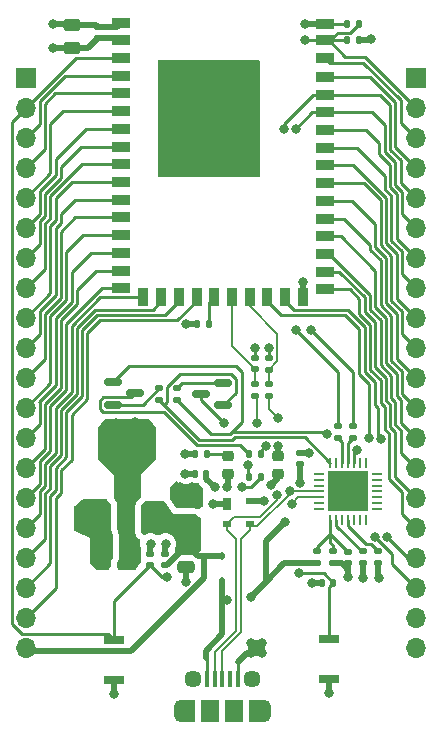
<source format=gbr>
%TF.GenerationSoftware,KiCad,Pcbnew,7.0.2*%
%TF.CreationDate,2023-06-11T23:23:11-04:00*%
%TF.ProjectId,SoftProject,536f6674-5072-46f6-9a65-63742e6b6963,rev?*%
%TF.SameCoordinates,Original*%
%TF.FileFunction,Copper,L1,Top*%
%TF.FilePolarity,Positive*%
%FSLAX46Y46*%
G04 Gerber Fmt 4.6, Leading zero omitted, Abs format (unit mm)*
G04 Created by KiCad (PCBNEW 7.0.2) date 2023-06-11 23:23:11*
%MOMM*%
%LPD*%
G01*
G04 APERTURE LIST*
G04 Aperture macros list*
%AMRoundRect*
0 Rectangle with rounded corners*
0 $1 Rounding radius*
0 $2 $3 $4 $5 $6 $7 $8 $9 X,Y pos of 4 corners*
0 Add a 4 corners polygon primitive as box body*
4,1,4,$2,$3,$4,$5,$6,$7,$8,$9,$2,$3,0*
0 Add four circle primitives for the rounded corners*
1,1,$1+$1,$2,$3*
1,1,$1+$1,$4,$5*
1,1,$1+$1,$6,$7*
1,1,$1+$1,$8,$9*
0 Add four rect primitives between the rounded corners*
20,1,$1+$1,$2,$3,$4,$5,0*
20,1,$1+$1,$4,$5,$6,$7,0*
20,1,$1+$1,$6,$7,$8,$9,0*
20,1,$1+$1,$8,$9,$2,$3,0*%
G04 Aperture macros list end*
%TA.AperFunction,SMDPad,CuDef*%
%ADD10R,0.400000X1.350000*%
%TD*%
%TA.AperFunction,SMDPad,CuDef*%
%ADD11R,1.500000X1.900000*%
%TD*%
%TA.AperFunction,SMDPad,CuDef*%
%ADD12R,1.200000X1.900000*%
%TD*%
%TA.AperFunction,ComponentPad*%
%ADD13O,1.200000X1.900000*%
%TD*%
%TA.AperFunction,ComponentPad*%
%ADD14C,1.450000*%
%TD*%
%TA.AperFunction,SMDPad,CuDef*%
%ADD15RoundRect,0.112500X-0.112500X0.187500X-0.112500X-0.187500X0.112500X-0.187500X0.112500X0.187500X0*%
%TD*%
%TA.AperFunction,SMDPad,CuDef*%
%ADD16R,1.500000X2.000000*%
%TD*%
%TA.AperFunction,SMDPad,CuDef*%
%ADD17R,3.800000X2.000000*%
%TD*%
%TA.AperFunction,SMDPad,CuDef*%
%ADD18RoundRect,0.140000X0.170000X-0.140000X0.170000X0.140000X-0.170000X0.140000X-0.170000X-0.140000X0*%
%TD*%
%TA.AperFunction,SMDPad,CuDef*%
%ADD19RoundRect,0.135000X0.185000X-0.135000X0.185000X0.135000X-0.185000X0.135000X-0.185000X-0.135000X0*%
%TD*%
%TA.AperFunction,SMDPad,CuDef*%
%ADD20RoundRect,0.250000X0.250000X0.475000X-0.250000X0.475000X-0.250000X-0.475000X0.250000X-0.475000X0*%
%TD*%
%TA.AperFunction,SMDPad,CuDef*%
%ADD21RoundRect,0.062500X-0.337500X-0.062500X0.337500X-0.062500X0.337500X0.062500X-0.337500X0.062500X0*%
%TD*%
%TA.AperFunction,SMDPad,CuDef*%
%ADD22RoundRect,0.062500X-0.062500X-0.337500X0.062500X-0.337500X0.062500X0.337500X-0.062500X0.337500X0*%
%TD*%
%TA.AperFunction,SMDPad,CuDef*%
%ADD23R,3.350000X3.350000*%
%TD*%
%TA.AperFunction,SMDPad,CuDef*%
%ADD24RoundRect,0.250000X-0.475000X0.250000X-0.475000X-0.250000X0.475000X-0.250000X0.475000X0.250000X0*%
%TD*%
%TA.AperFunction,SMDPad,CuDef*%
%ADD25RoundRect,0.218750X0.256250X-0.218750X0.256250X0.218750X-0.256250X0.218750X-0.256250X-0.218750X0*%
%TD*%
%TA.AperFunction,SMDPad,CuDef*%
%ADD26RoundRect,0.135000X-0.135000X-0.185000X0.135000X-0.185000X0.135000X0.185000X-0.135000X0.185000X0*%
%TD*%
%TA.AperFunction,SMDPad,CuDef*%
%ADD27RoundRect,0.135000X-0.185000X0.135000X-0.185000X-0.135000X0.185000X-0.135000X0.185000X0.135000X0*%
%TD*%
%TA.AperFunction,SMDPad,CuDef*%
%ADD28R,1.700000X0.800000*%
%TD*%
%TA.AperFunction,SMDPad,CuDef*%
%ADD29R,0.700000X1.000000*%
%TD*%
%TA.AperFunction,SMDPad,CuDef*%
%ADD30R,0.700000X0.600000*%
%TD*%
%TA.AperFunction,SMDPad,CuDef*%
%ADD31RoundRect,0.150000X-0.587500X-0.150000X0.587500X-0.150000X0.587500X0.150000X-0.587500X0.150000X0*%
%TD*%
%TA.AperFunction,SMDPad,CuDef*%
%ADD32RoundRect,0.140000X-0.140000X-0.170000X0.140000X-0.170000X0.140000X0.170000X-0.140000X0.170000X0*%
%TD*%
%TA.AperFunction,SMDPad,CuDef*%
%ADD33RoundRect,0.135000X0.135000X0.185000X-0.135000X0.185000X-0.135000X-0.185000X0.135000X-0.185000X0*%
%TD*%
%TA.AperFunction,SMDPad,CuDef*%
%ADD34R,1.500000X0.900000*%
%TD*%
%TA.AperFunction,SMDPad,CuDef*%
%ADD35R,0.900000X1.500000*%
%TD*%
%TA.AperFunction,SMDPad,CuDef*%
%ADD36R,4.100000X4.100000*%
%TD*%
%TA.AperFunction,SMDPad,CuDef*%
%ADD37RoundRect,0.250000X0.475000X-0.250000X0.475000X0.250000X-0.475000X0.250000X-0.475000X-0.250000X0*%
%TD*%
%TA.AperFunction,SMDPad,CuDef*%
%ADD38RoundRect,0.150000X0.587500X0.150000X-0.587500X0.150000X-0.587500X-0.150000X0.587500X-0.150000X0*%
%TD*%
%TA.AperFunction,SMDPad,CuDef*%
%ADD39RoundRect,0.225000X0.250000X-0.225000X0.250000X0.225000X-0.250000X0.225000X-0.250000X-0.225000X0*%
%TD*%
%TA.AperFunction,ComponentPad*%
%ADD40R,1.700000X1.700000*%
%TD*%
%TA.AperFunction,ComponentPad*%
%ADD41O,1.700000X1.700000*%
%TD*%
%TA.AperFunction,SMDPad,CuDef*%
%ADD42RoundRect,0.140000X-0.170000X0.140000X-0.170000X-0.140000X0.170000X-0.140000X0.170000X0.140000X0*%
%TD*%
%TA.AperFunction,SMDPad,CuDef*%
%ADD43RoundRect,0.140000X0.140000X0.170000X-0.140000X0.170000X-0.140000X-0.170000X0.140000X-0.170000X0*%
%TD*%
%TA.AperFunction,ViaPad*%
%ADD44C,0.800000*%
%TD*%
%TA.AperFunction,Conductor*%
%ADD45C,0.500000*%
%TD*%
%TA.AperFunction,Conductor*%
%ADD46C,0.250000*%
%TD*%
%TA.AperFunction,Conductor*%
%ADD47C,0.200000*%
%TD*%
G04 APERTURE END LIST*
D10*
%TO.P,J1,1,VBUS*%
%TO.N,VBUS*%
X93310000Y-113919000D03*
%TO.P,J1,2,D-*%
%TO.N,/D-*%
X93960000Y-113919000D03*
%TO.P,J1,3,D+*%
%TO.N,/D+*%
X94610000Y-113919000D03*
%TO.P,J1,4,ID*%
%TO.N,unconnected-(J1-ID-Pad4)*%
X95260000Y-113919000D03*
%TO.P,J1,5,GND*%
%TO.N,GND*%
X95910000Y-113919000D03*
D11*
%TO.P,J1,6,Shield*%
%TO.N,N/C*%
X93610000Y-116619000D03*
D12*
X97510000Y-116619000D03*
D13*
X98110000Y-116619000D03*
D14*
X92110000Y-113919000D03*
D13*
X91110000Y-116619000D03*
D12*
X91710000Y-116619000D03*
D14*
X97110000Y-113919000D03*
D11*
X95610000Y-116619000D03*
%TD*%
D15*
%TO.P,D3,1,K*%
%TO.N,+5V*%
X94615000Y-103505000D03*
%TO.P,D3,2,A*%
%TO.N,VBUS*%
X94615000Y-105605000D03*
%TD*%
D16*
%TO.P,U2,1,ADJ*%
%TO.N,GND*%
X84187000Y-100280000D03*
%TO.P,U2,2,VO*%
%TO.N,+3.3V*%
X86487000Y-100280000D03*
D17*
X86487000Y-93980000D03*
D16*
%TO.P,U2,3,VI*%
%TO.N,+5V*%
X88787000Y-100280000D03*
%TD*%
D18*
%TO.P,C11,1*%
%TO.N,/DP*%
X98552000Y-87701000D03*
%TO.P,C11,2*%
%TO.N,GND*%
X98552000Y-86741000D03*
%TD*%
D19*
%TO.P,R6,1*%
%TO.N,/D-*%
X97409000Y-89920000D03*
%TO.P,R6,2*%
%TO.N,/DN*%
X97409000Y-88900000D03*
%TD*%
D18*
%TO.P,C1,1*%
%TO.N,+3.3V*%
X84074000Y-59634000D03*
%TO.P,C1,2*%
%TO.N,GND*%
X84074000Y-58674000D03*
%TD*%
D20*
%TO.P,C6,1*%
%TO.N,+3.3V*%
X86487000Y-102743000D03*
%TO.P,C6,2*%
%TO.N,GND*%
X84587000Y-102743000D03*
%TD*%
D21*
%TO.P,U3,1,~{DCD}*%
%TO.N,unconnected-(U3-~{DCD}-Pad1)*%
X102810000Y-96521000D03*
%TO.P,U3,2,~{RI}/CLK*%
%TO.N,unconnected-(U3-~{RI}{slash}CLK-Pad2)*%
X102810000Y-97021000D03*
%TO.P,U3,3,GND*%
%TO.N,GND*%
X102810000Y-97521000D03*
%TO.P,U3,4,D+*%
%TO.N,/D+*%
X102810000Y-98021000D03*
%TO.P,U3,5,D-*%
%TO.N,/D-*%
X102810000Y-98521000D03*
%TO.P,U3,6,VDD*%
%TO.N,+3.3V*%
X102810000Y-99021000D03*
%TO.P,U3,7,VREGIN*%
X102810000Y-99521000D03*
D22*
%TO.P,U3,8,VBUS*%
%TO.N,Net-(U3-VBUS)*%
X103760000Y-100471000D03*
%TO.P,U3,9,~{RST}*%
%TO.N,Net-(U3-~{RST})*%
X104260000Y-100471000D03*
%TO.P,U3,10,NC*%
%TO.N,unconnected-(U3-NC-Pad10)*%
X104760000Y-100471000D03*
%TO.P,U3,11,~{SUSPEND}*%
%TO.N,Net-(U3-~{SUSPEND})*%
X105260000Y-100471000D03*
%TO.P,U3,12,SUSPEND*%
%TO.N,unconnected-(U3-SUSPEND-Pad12)*%
X105760000Y-100471000D03*
%TO.P,U3,13,CHREN*%
%TO.N,unconnected-(U3-CHREN-Pad13)*%
X106260000Y-100471000D03*
%TO.P,U3,14,CHR1*%
%TO.N,unconnected-(U3-CHR1-Pad14)*%
X106760000Y-100471000D03*
D21*
%TO.P,U3,15,CHR0*%
%TO.N,unconnected-(U3-CHR0-Pad15)*%
X107710000Y-99521000D03*
%TO.P,U3,16,~{WAKEUP}/GPIO.3*%
%TO.N,unconnected-(U3-~{WAKEUP}{slash}GPIO.3-Pad16)*%
X107710000Y-99021000D03*
%TO.P,U3,17,RS485/GPIO.2*%
%TO.N,unconnected-(U3-RS485{slash}GPIO.2-Pad17)*%
X107710000Y-98521000D03*
%TO.P,U3,18,~{RXT}/GPIO.1*%
%TO.N,unconnected-(U3-~{RXT}{slash}GPIO.1-Pad18)*%
X107710000Y-98021000D03*
%TO.P,U3,19,~{TXT}/GPIO.0*%
%TO.N,unconnected-(U3-~{TXT}{slash}GPIO.0-Pad19)*%
X107710000Y-97521000D03*
%TO.P,U3,20,GPIO.6*%
%TO.N,unconnected-(U3-GPIO.6-Pad20)*%
X107710000Y-97021000D03*
%TO.P,U3,21,GPIO.5*%
%TO.N,unconnected-(U3-GPIO.5-Pad21)*%
X107710000Y-96521000D03*
D22*
%TO.P,U3,22,GPIO.4*%
%TO.N,unconnected-(U3-GPIO.4-Pad22)*%
X106760000Y-95571000D03*
%TO.P,U3,23,~{CTS}*%
%TO.N,unconnected-(U3-~{CTS}-Pad23)*%
X106260000Y-95571000D03*
%TO.P,U3,24,~{RTS}*%
%TO.N,/RTS*%
X105760000Y-95571000D03*
%TO.P,U3,25,RXD*%
%TO.N,/RXD_CP*%
X105260000Y-95571000D03*
%TO.P,U3,26,TXD*%
%TO.N,/TXD_CP*%
X104760000Y-95571000D03*
%TO.P,U3,27,~{DSR}*%
%TO.N,unconnected-(U3-~{DSR}-Pad27)*%
X104260000Y-95571000D03*
%TO.P,U3,28,~{DTR}*%
%TO.N,/DTR*%
X103760000Y-95571000D03*
D23*
%TO.P,U3,29,GND*%
%TO.N,GND*%
X105260000Y-98021000D03*
%TD*%
D24*
%TO.P,C10,1*%
%TO.N,+5V*%
X91567000Y-102489000D03*
%TO.P,C10,2*%
%TO.N,GND*%
X91567000Y-104389000D03*
%TD*%
D25*
%TO.P,D1,1,K*%
%TO.N,GND*%
X95077000Y-96571000D03*
%TO.P,D1,2,A*%
%TO.N,Net-(D1-A)*%
X95077000Y-94996000D03*
%TD*%
D26*
%TO.P,R3,1*%
%TO.N,+3.3V*%
X92279000Y-94869000D03*
%TO.P,R3,2*%
%TO.N,Net-(D1-A)*%
X93299000Y-94869000D03*
%TD*%
D27*
%TO.P,R15,1*%
%TO.N,/TXD*%
X105664000Y-92456000D03*
%TO.P,R15,2*%
%TO.N,/RXD_CP*%
X105664000Y-93476000D03*
%TD*%
D28*
%TO.P,SW2,1,1*%
%TO.N,GND*%
X103632000Y-113890000D03*
%TO.P,SW2,2,2*%
%TO.N,/CHIP_PU*%
X103632000Y-110490000D03*
%TD*%
D29*
%TO.P,D2,1,A*%
%TO.N,GND*%
X94982000Y-99056000D03*
D30*
%TO.P,D2,2,K*%
%TO.N,/D-*%
X94982000Y-100756000D03*
%TO.P,D2,3,K*%
%TO.N,/D+*%
X96982000Y-100756000D03*
%TO.P,D2,4,K*%
%TO.N,VBUS*%
X96982000Y-98856000D03*
%TD*%
D18*
%TO.P,C4,1*%
%TO.N,+5V*%
X89789000Y-104267000D03*
%TO.P,C4,2*%
%TO.N,GND*%
X89789000Y-103307000D03*
%TD*%
D31*
%TO.P,Q1,1,E*%
%TO.N,/RTS*%
X85344000Y-88773000D03*
%TO.P,Q1,2,B*%
%TO.N,Net-(Q1-B)*%
X85344000Y-90673000D03*
%TO.P,Q1,3,C*%
%TO.N,/EN_Auto*%
X87219000Y-89723000D03*
%TD*%
D19*
%TO.P,R9,1*%
%TO.N,VBUS*%
X102616000Y-104093000D03*
%TO.P,R9,2*%
%TO.N,Net-(U3-VBUS)*%
X102616000Y-103073000D03*
%TD*%
D32*
%TO.P,C7,1*%
%TO.N,+3.3V*%
X92283000Y-96520000D03*
%TO.P,C7,2*%
%TO.N,GND*%
X93243000Y-96520000D03*
%TD*%
D33*
%TO.P,R1,1*%
%TO.N,+3.3V*%
X106172000Y-59817000D03*
%TO.P,R1,2*%
%TO.N,/CHIP_PU*%
X105152000Y-59817000D03*
%TD*%
D27*
%TO.P,R14,1*%
%TO.N,/RXD*%
X104394000Y-92456000D03*
%TO.P,R14,2*%
%TO.N,/TXD_CP*%
X104394000Y-93476000D03*
%TD*%
D19*
%TO.P,R8,1*%
%TO.N,+3.3V*%
X106507000Y-104095000D03*
%TO.P,R8,2*%
%TO.N,Net-(U3-~{RST})*%
X106507000Y-103075000D03*
%TD*%
D26*
%TO.P,R17,1*%
%TO.N,/IO0_Auto*%
X96897000Y-96774000D03*
%TO.P,R17,2*%
%TO.N,/GPIO0*%
X97917000Y-96774000D03*
%TD*%
D27*
%TO.P,R10,1*%
%TO.N,Net-(U3-VBUS)*%
X103967000Y-103073000D03*
%TO.P,R10,2*%
%TO.N,GND*%
X103967000Y-104093000D03*
%TD*%
D34*
%TO.P,U1,1,GND*%
%TO.N,GND*%
X86067000Y-58317000D03*
%TO.P,U1,2,3V3*%
%TO.N,+3.3V*%
X86067000Y-59817000D03*
%TO.P,U1,3,IO00*%
%TO.N,/GPIO0*%
X86067000Y-61317000D03*
%TO.P,U1,4,IO01*%
%TO.N,/GPIO1*%
X86067000Y-62817000D03*
%TO.P,U1,5,IO02*%
%TO.N,/GPIO2*%
X86067000Y-64317000D03*
%TO.P,U1,6,IO03*%
%TO.N,/GPIO3*%
X86067000Y-65817000D03*
%TO.P,U1,7,IO04*%
%TO.N,/GPIO4*%
X86067000Y-67317000D03*
%TO.P,U1,8,IO05*%
%TO.N,/GPIO5*%
X86067000Y-68817000D03*
%TO.P,U1,9,IO06*%
%TO.N,/GPIO6*%
X86067000Y-70317000D03*
%TO.P,U1,10,IO07*%
%TO.N,/GPIO7*%
X86067000Y-71817000D03*
%TO.P,U1,11,IO08*%
%TO.N,/GPIO8*%
X86067000Y-73317000D03*
%TO.P,U1,12,IO09*%
%TO.N,/GPIO9*%
X86067000Y-74817000D03*
%TO.P,U1,13,IO10*%
%TO.N,/GPIO10*%
X86067000Y-76317000D03*
%TO.P,U1,14,IO11*%
%TO.N,/GPIO11*%
X86067000Y-77817000D03*
%TO.P,U1,15,IO12*%
%TO.N,/GPIO12*%
X86067000Y-79317000D03*
%TO.P,U1,16,IO13*%
%TO.N,/GPIO13*%
X86067000Y-80817000D03*
D35*
%TO.P,U1,17,IO14*%
%TO.N,/GPIO14*%
X87942000Y-81567000D03*
%TO.P,U1,18,IO15*%
%TO.N,/GPIO15*%
X89442000Y-81567000D03*
%TO.P,U1,19,IO16*%
%TO.N,/GPIO16*%
X90942000Y-81567000D03*
%TO.P,U1,20,IO17*%
%TO.N,/GPIO17*%
X92442000Y-81567000D03*
%TO.P,U1,21,IO18*%
%TO.N,/GPIO18*%
X93942000Y-81567000D03*
%TO.P,U1,22,USB_D-*%
%TO.N,/DN*%
X95442000Y-81567000D03*
%TO.P,U1,23,USB_D+*%
%TO.N,/DP*%
X96942000Y-81567000D03*
%TO.P,U1,24,IO21*%
%TO.N,/GPIO21*%
X98442000Y-81567000D03*
%TO.P,U1,25,IO26*%
%TO.N,/GPIO26*%
X99942000Y-81567000D03*
%TO.P,U1,26,GND*%
%TO.N,GND*%
X101442000Y-81567000D03*
D34*
%TO.P,U1,27,IO33*%
%TO.N,/GPIO33*%
X103317000Y-80917000D03*
%TO.P,U1,28,IO34*%
%TO.N,/GPIO34*%
X103317000Y-79417000D03*
%TO.P,U1,29,IO35*%
%TO.N,/GPIO35*%
X103317000Y-77917000D03*
%TO.P,U1,30,IO36*%
%TO.N,/GPIO36*%
X103317000Y-76417000D03*
%TO.P,U1,31,IO37*%
%TO.N,/GPIO37*%
X103317000Y-74917000D03*
%TO.P,U1,32,IO38*%
%TO.N,/GPIO38*%
X103317000Y-73417000D03*
%TO.P,U1,33,IO39*%
%TO.N,/GPIO39*%
X103317000Y-71917000D03*
%TO.P,U1,34,IO40*%
%TO.N,/GPIO40*%
X103317000Y-70417000D03*
%TO.P,U1,35,IO41*%
%TO.N,/GPIO41*%
X103317000Y-68917000D03*
%TO.P,U1,36,IO42*%
%TO.N,/GPIO42*%
X103317000Y-67417000D03*
%TO.P,U1,37,TXD0*%
%TO.N,/TXD*%
X103317000Y-65917000D03*
%TO.P,U1,38,RXD0*%
%TO.N,/RXD*%
X103317000Y-64417000D03*
%TO.P,U1,39,IO45*%
%TO.N,/GPIO45*%
X103317000Y-62917000D03*
%TO.P,U1,40,IO46*%
%TO.N,/GPIO46*%
X103317000Y-61317000D03*
%TO.P,U1,41,EN*%
%TO.N,/CHIP_PU*%
X103317000Y-59817000D03*
%TO.P,U1,42,GND*%
%TO.N,GND*%
X103317000Y-58417000D03*
D36*
%TO.P,U1,43,GND*%
X93502000Y-66357000D03*
%TD*%
D28*
%TO.P,SW1,1,1*%
%TO.N,GND*%
X85471000Y-114017000D03*
%TO.P,SW1,2,2*%
%TO.N,/GPIO0*%
X85471000Y-110617000D03*
%TD*%
D32*
%TO.P,C9,1*%
%TO.N,GND*%
X103053000Y-105742000D03*
%TO.P,C9,2*%
%TO.N,/CHIP_PU*%
X104013000Y-105742000D03*
%TD*%
D37*
%TO.P,C5,1*%
%TO.N,+5V*%
X91567000Y-100761800D03*
%TO.P,C5,2*%
%TO.N,GND*%
X91567000Y-98861800D03*
%TD*%
D38*
%TO.P,Q2,1,E*%
%TO.N,/DTR*%
X94712000Y-90739000D03*
%TO.P,Q2,2,B*%
%TO.N,Net-(Q2-B)*%
X94712000Y-88839000D03*
%TO.P,Q2,3,C*%
%TO.N,/IO0_Auto*%
X92837000Y-89789000D03*
%TD*%
D39*
%TO.P,C13,1*%
%TO.N,+3.3V*%
X99314000Y-96546000D03*
%TO.P,C13,2*%
%TO.N,GND*%
X99314000Y-94996000D03*
%TD*%
D27*
%TO.P,R13,1*%
%TO.N,Net-(U3-~{SUSPEND})*%
X107777000Y-103075000D03*
%TO.P,R13,2*%
%TO.N,GND*%
X107777000Y-104095000D03*
%TD*%
D19*
%TO.P,R12,1*%
%TO.N,/RTS*%
X90805000Y-90297000D03*
%TO.P,R12,2*%
%TO.N,Net-(Q2-B)*%
X90805000Y-89277000D03*
%TD*%
D40*
%TO.P,J3,1,Pin_1*%
%TO.N,GND*%
X110998000Y-62992000D03*
D41*
%TO.P,J3,2,Pin_2*%
%TO.N,/CHIP_PU*%
X110998000Y-65532000D03*
%TO.P,J3,3,Pin_3*%
%TO.N,/GPIO46*%
X110998000Y-68072000D03*
%TO.P,J3,4,Pin_4*%
%TO.N,/GPIO45*%
X110998000Y-70612000D03*
%TO.P,J3,5,Pin_5*%
%TO.N,/RXD*%
X110998000Y-73152000D03*
%TO.P,J3,6,Pin_6*%
%TO.N,/TXD*%
X110998000Y-75692000D03*
%TO.P,J3,7,Pin_7*%
%TO.N,/GPIO42*%
X110998000Y-78232000D03*
%TO.P,J3,8,Pin_8*%
%TO.N,/GPIO41*%
X110998000Y-80772000D03*
%TO.P,J3,9,Pin_9*%
%TO.N,/GPIO40*%
X110998000Y-83312000D03*
%TO.P,J3,10,Pin_10*%
%TO.N,/GPIO39*%
X110998000Y-85852000D03*
%TO.P,J3,11,Pin_11*%
%TO.N,/GPIO38*%
X110998000Y-88392000D03*
%TO.P,J3,12,Pin_12*%
%TO.N,/GPIO37*%
X110998000Y-90932000D03*
%TO.P,J3,13,Pin_13*%
%TO.N,/GPIO36*%
X110998000Y-93472000D03*
%TO.P,J3,14,Pin_14*%
%TO.N,/GPIO35*%
X110998000Y-96012000D03*
%TO.P,J3,15,Pin_15*%
%TO.N,/GPIO34*%
X110998000Y-98552000D03*
%TO.P,J3,16,Pin_16*%
%TO.N,/GPIO33*%
X110998000Y-101092000D03*
%TO.P,J3,17,Pin_17*%
%TO.N,/GPIO26*%
X110998000Y-103632000D03*
%TO.P,J3,18,Pin_18*%
%TO.N,/GPIO21*%
X110998000Y-106172000D03*
%TO.P,J3,19,Pin_19*%
%TO.N,GND*%
X110998000Y-108712000D03*
%TO.P,J3,20,Pin_20*%
X110998000Y-111252000D03*
%TD*%
D19*
%TO.P,R11,1*%
%TO.N,/DTR*%
X89281000Y-90295000D03*
%TO.P,R11,2*%
%TO.N,Net-(Q1-B)*%
X89281000Y-89275000D03*
%TD*%
D18*
%TO.P,C12,1*%
%TO.N,/DN*%
X97409000Y-87680200D03*
%TO.P,C12,2*%
%TO.N,GND*%
X97409000Y-86720200D03*
%TD*%
D37*
%TO.P,C2,1*%
%TO.N,+3.3V*%
X81915000Y-60447000D03*
%TO.P,C2,2*%
%TO.N,GND*%
X81915000Y-58547000D03*
%TD*%
D26*
%TO.P,R16,1*%
%TO.N,/EN_Auto*%
X96895000Y-94869000D03*
%TO.P,R16,2*%
%TO.N,/CHIP_PU*%
X97915000Y-94869000D03*
%TD*%
D42*
%TO.P,C15,1*%
%TO.N,Net-(U3-VBUS)*%
X105283000Y-103124000D03*
%TO.P,C15,2*%
%TO.N,GND*%
X105283000Y-104084000D03*
%TD*%
D40*
%TO.P,J4,1,Pin_1*%
%TO.N,+3.3V*%
X77978000Y-62992000D03*
D41*
%TO.P,J4,2,Pin_2*%
%TO.N,/GPIO0*%
X77978000Y-65532000D03*
%TO.P,J4,3,Pin_3*%
%TO.N,/GPIO1*%
X77978000Y-68072000D03*
%TO.P,J4,4,Pin_4*%
%TO.N,/GPIO2*%
X77978000Y-70612000D03*
%TO.P,J4,5,Pin_5*%
%TO.N,/GPIO3*%
X77978000Y-73152000D03*
%TO.P,J4,6,Pin_6*%
%TO.N,/GPIO4*%
X77978000Y-75692000D03*
%TO.P,J4,7,Pin_7*%
%TO.N,/GPIO5*%
X77978000Y-78232000D03*
%TO.P,J4,8,Pin_8*%
%TO.N,/GPIO6*%
X77978000Y-80772000D03*
%TO.P,J4,9,Pin_9*%
%TO.N,/GPIO7*%
X77978000Y-83312000D03*
%TO.P,J4,10,Pin_10*%
%TO.N,/GPIO8*%
X77978000Y-85852000D03*
%TO.P,J4,11,Pin_11*%
%TO.N,/GPIO9*%
X77978000Y-88392000D03*
%TO.P,J4,12,Pin_12*%
%TO.N,/GPIO10*%
X77978000Y-90932000D03*
%TO.P,J4,13,Pin_13*%
%TO.N,/GPIO11*%
X77978000Y-93472000D03*
%TO.P,J4,14,Pin_14*%
%TO.N,/GPIO12*%
X77978000Y-96012000D03*
%TO.P,J4,15,Pin_15*%
%TO.N,/GPIO13*%
X77978000Y-98552000D03*
%TO.P,J4,16,Pin_16*%
%TO.N,/GPIO14*%
X77978000Y-101092000D03*
%TO.P,J4,17,Pin_17*%
%TO.N,/GPIO15*%
X77978000Y-103632000D03*
%TO.P,J4,18,Pin_18*%
%TO.N,/GPIO16*%
X77978000Y-106172000D03*
%TO.P,J4,19,Pin_19*%
%TO.N,/GPIO17*%
X77978000Y-108712000D03*
%TO.P,J4,20,Pin_20*%
%TO.N,+5V*%
X77978000Y-111252000D03*
%TD*%
D19*
%TO.P,R5,1*%
%TO.N,/D+*%
X98552000Y-89920000D03*
%TO.P,R5,2*%
%TO.N,/DP*%
X98552000Y-88900000D03*
%TD*%
D18*
%TO.P,C14,1*%
%TO.N,+3.3V*%
X101219000Y-95702000D03*
%TO.P,C14,2*%
%TO.N,GND*%
X101219000Y-94742000D03*
%TD*%
D26*
%TO.P,R2,1*%
%TO.N,+3.3V*%
X92452000Y-83820000D03*
%TO.P,R2,2*%
%TO.N,/GPIO18*%
X93472000Y-83820000D03*
%TD*%
D42*
%TO.P,C8,1*%
%TO.N,GND*%
X88519000Y-103307000D03*
%TO.P,C8,2*%
%TO.N,/GPIO0*%
X88519000Y-104267000D03*
%TD*%
D43*
%TO.P,C3,1*%
%TO.N,/CHIP_PU*%
X106172000Y-58420000D03*
%TO.P,C3,2*%
%TO.N,GND*%
X105212000Y-58420000D03*
%TD*%
D44*
%TO.N,GND*%
X101600000Y-58420000D03*
X96266000Y-65278000D03*
X97980500Y-111696500D03*
X104521000Y-98679000D03*
X94488000Y-63500000D03*
X92456000Y-69342000D03*
X88544400Y-102463600D03*
X91059000Y-97663000D03*
X85471000Y-115189000D03*
X92075000Y-97663000D03*
X97091500Y-110807500D03*
X97091500Y-111696500D03*
X105283000Y-105283000D03*
X101943701Y-94779299D03*
X90678000Y-67310000D03*
X104521000Y-97282000D03*
X93980000Y-97663000D03*
X90678000Y-65278000D03*
X89814400Y-102463600D03*
X102235000Y-105791000D03*
X80264000Y-58420000D03*
X97980500Y-110807500D03*
X106045000Y-97282000D03*
X82677000Y-100838000D03*
X106045000Y-98679000D03*
X99314000Y-94138500D03*
X96266000Y-67310000D03*
X92456000Y-63500000D03*
X91567000Y-105664000D03*
X97409000Y-85852000D03*
X94488000Y-69342000D03*
X84455000Y-104140000D03*
X98552000Y-85852000D03*
X94996000Y-97663000D03*
X101442000Y-80264000D03*
X103632000Y-115062000D03*
X107848400Y-105308400D03*
X93853000Y-99060000D03*
X82677000Y-99695000D03*
%TO.N,/D-*%
X100488750Y-99091750D03*
X97536000Y-92202000D03*
X99262232Y-98292550D03*
%TO.N,/D+*%
X100330000Y-98021000D03*
X99314000Y-91821000D03*
%TO.N,VBUS*%
X97028000Y-106934000D03*
X95057500Y-107188000D03*
X99949000Y-100599464D03*
X98184378Y-98819378D03*
%TO.N,/RTS*%
X103490640Y-93187866D03*
X105984500Y-94488000D03*
%TO.N,/IO0_Auto*%
X94742000Y-92202000D03*
X96774000Y-95788500D03*
%TO.N,+3.3V*%
X86106000Y-104140000D03*
X91440000Y-96520000D03*
X106527600Y-105308400D03*
X98736206Y-97442667D03*
X86995000Y-104140000D03*
X87236970Y-92177196D03*
X85598000Y-92202000D03*
X101219000Y-97321500D03*
X91440000Y-94869000D03*
X86487000Y-98552000D03*
X91567000Y-83820000D03*
X107188000Y-59690000D03*
X80264000Y-60452000D03*
%TO.N,/GPIO0*%
X96266000Y-97663000D03*
X89916000Y-105283000D03*
%TO.N,/GPIO21*%
X107048506Y-93471113D03*
X107585497Y-101854000D03*
%TO.N,/GPIO26*%
X108045500Y-93541893D03*
X108585000Y-101854000D03*
%TO.N,/TXD*%
X102108000Y-84328000D03*
X100838000Y-67310000D03*
%TO.N,/RXD*%
X99822000Y-67310000D03*
X100838000Y-84328000D03*
%TO.N,/CHIP_PU*%
X98314497Y-94138500D03*
X101092000Y-104942500D03*
X101600000Y-59817000D03*
%TD*%
D45*
%TO.N,VBUS*%
X93218000Y-111506000D02*
X93218000Y-112141000D01*
X94615000Y-110109000D02*
X93218000Y-111506000D01*
X94615000Y-107442000D02*
X94615000Y-110109000D01*
D46*
X93310000Y-113919000D02*
X93310000Y-112233000D01*
X93310000Y-112233000D02*
X93218000Y-112141000D01*
D45*
%TO.N,GND*%
X96710500Y-111696500D02*
X95948500Y-112458500D01*
X97091500Y-111696500D02*
X96710500Y-111696500D01*
D46*
X95910000Y-113919000D02*
X95910000Y-112497000D01*
X95910000Y-112497000D02*
X95948500Y-112458500D01*
D47*
%TO.N,/D+*%
X96207000Y-102056001D02*
X96207000Y-109959600D01*
X96207000Y-109959600D02*
X94610000Y-111556600D01*
X96982000Y-101281001D02*
X96207000Y-102056001D01*
X94610000Y-111556600D02*
X94610000Y-113919000D01*
X96982000Y-100756000D02*
X96982000Y-101281001D01*
%TO.N,/D-*%
X93960000Y-111640914D02*
X93960000Y-113919000D01*
X95757000Y-109843914D02*
X93960000Y-111640914D01*
X95757000Y-102056001D02*
X95757000Y-109843914D01*
X94982000Y-101281001D02*
X95757000Y-102056001D01*
X94982000Y-100756000D02*
X94982000Y-101281001D01*
D46*
%TO.N,/IO0_Auto*%
X92837000Y-90297000D02*
X92837000Y-89789000D01*
X94742000Y-92202000D02*
X92837000Y-90297000D01*
%TO.N,/DTR*%
X90996962Y-88114500D02*
X89926000Y-89185462D01*
X95396751Y-88114500D02*
X90996962Y-88114500D01*
X89926000Y-90414000D02*
X89663000Y-90677000D01*
X95774500Y-88492249D02*
X95396751Y-88114500D01*
X89926000Y-89185462D02*
X89926000Y-90414000D01*
X95774500Y-89676500D02*
X95774500Y-88492249D01*
X94712000Y-90739000D02*
X95774500Y-89676500D01*
%TO.N,/RTS*%
X96266000Y-92171866D02*
X95250000Y-93187866D01*
X95771500Y-87389500D02*
X96266000Y-87884000D01*
X96266000Y-87884000D02*
X96266000Y-92171866D01*
X86727500Y-87389500D02*
X95771500Y-87389500D01*
X85344000Y-88773000D02*
X86727500Y-87389500D01*
D45*
%TO.N,GND*%
X93980000Y-97663000D02*
X93243000Y-96926000D01*
X97091500Y-110807500D02*
X97980500Y-111696500D01*
X93243000Y-96926000D02*
X93243000Y-96520000D01*
X97091500Y-110807500D02*
X97980500Y-110807500D01*
X85471000Y-114017000D02*
X85471000Y-115189000D01*
X85710000Y-58674000D02*
X86067000Y-58317000D01*
D46*
X97409000Y-86720200D02*
X97409000Y-85852000D01*
D45*
X103053000Y-105742000D02*
X102284000Y-105742000D01*
X94982000Y-99056000D02*
X93857000Y-99056000D01*
D46*
X105209000Y-58417000D02*
X105212000Y-58420000D01*
D45*
X89789000Y-102489000D02*
X89814400Y-102463600D01*
X104728000Y-104093000D02*
X105283000Y-104648000D01*
X95077000Y-96571000D02*
X95077000Y-97582000D01*
X107777000Y-105237000D02*
X107777000Y-104095000D01*
X103632000Y-113890000D02*
X103632000Y-115062000D01*
X101219000Y-94742000D02*
X101906402Y-94742000D01*
X88519000Y-102489000D02*
X88544400Y-102463600D01*
X97091500Y-111696500D02*
X97980500Y-110807500D01*
X88519000Y-103307000D02*
X88519000Y-102489000D01*
X95077000Y-97582000D02*
X94996000Y-97663000D01*
X81915000Y-58547000D02*
X83947000Y-58547000D01*
X97980500Y-111696500D02*
X97980500Y-110807500D01*
X99314000Y-94996000D02*
X99314000Y-94138500D01*
X81788000Y-58420000D02*
X81915000Y-58547000D01*
X97980500Y-111696500D02*
X97091500Y-111696500D01*
X97091500Y-111696500D02*
X97091500Y-110807500D01*
X105283000Y-104084000D02*
X105283000Y-104648000D01*
X91567000Y-104389000D02*
X91567000Y-105664000D01*
X103314000Y-58420000D02*
X103317000Y-58417000D01*
X89789000Y-103307000D02*
X89789000Y-102489000D01*
X101600000Y-58420000D02*
X103314000Y-58420000D01*
X80264000Y-58420000D02*
X81788000Y-58420000D01*
X93857000Y-99056000D02*
X93853000Y-99060000D01*
X101906402Y-94742000D02*
X101943701Y-94779299D01*
X107848400Y-105308400D02*
X107777000Y-105237000D01*
X101442000Y-80264000D02*
X101442000Y-81567000D01*
X105283000Y-104648000D02*
X105283000Y-105283000D01*
X83947000Y-58547000D02*
X84074000Y-58674000D01*
X84074000Y-58674000D02*
X85710000Y-58674000D01*
D46*
X98552000Y-86741000D02*
X98552000Y-85852000D01*
X103317000Y-58417000D02*
X105209000Y-58417000D01*
D45*
X102284000Y-105742000D02*
X102235000Y-105791000D01*
X103967000Y-104093000D02*
X104728000Y-104093000D01*
D47*
%TO.N,/D-*%
X97536000Y-91186000D02*
X97536000Y-92202000D01*
X97837000Y-100156000D02*
X95582000Y-100156000D01*
X95582000Y-100156000D02*
X94982000Y-100756000D01*
X99262232Y-98730768D02*
X97837000Y-100156000D01*
X97409000Y-89920000D02*
X97536000Y-90047000D01*
X99262232Y-98292550D02*
X99262232Y-98730768D01*
X97536000Y-90047000D02*
X97536000Y-91186000D01*
X100488750Y-99091750D02*
X101059500Y-98521000D01*
X101059500Y-98521000D02*
X102810000Y-98521000D01*
%TO.N,/D+*%
X97593685Y-100965000D02*
X100330000Y-98228685D01*
X98552000Y-91059000D02*
X99314000Y-91821000D01*
X100330000Y-98228685D02*
X100330000Y-98021000D01*
X96982000Y-100756000D02*
X97191000Y-100965000D01*
X100330000Y-98021000D02*
X102810000Y-98021000D01*
X97191000Y-100965000D02*
X97593685Y-100965000D01*
X98552000Y-89920000D02*
X98552000Y-91059000D01*
D45*
%TO.N,VBUS*%
X94615000Y-105605000D02*
X94615000Y-107442000D01*
X98184378Y-98819378D02*
X98147756Y-98856000D01*
X95057500Y-107188000D02*
X94869000Y-107188000D01*
X99949000Y-100599464D02*
X98298000Y-102250464D01*
X98298000Y-102250464D02*
X98298000Y-105664000D01*
X99869000Y-104093000D02*
X98298000Y-105664000D01*
X98147756Y-98856000D02*
X96982000Y-98856000D01*
X94869000Y-107188000D02*
X94615000Y-107442000D01*
X102616000Y-104093000D02*
X99869000Y-104093000D01*
X98298000Y-105664000D02*
X97028000Y-106934000D01*
D46*
%TO.N,/RTS*%
X95250000Y-93187866D02*
X93695866Y-93187866D01*
X105760000Y-95571000D02*
X105760000Y-94712500D01*
X93695866Y-93187866D02*
X90805000Y-90297000D01*
X95473866Y-92964000D02*
X95250000Y-93187866D01*
X103266774Y-92964000D02*
X95473866Y-92964000D01*
X105760000Y-94712500D02*
X105984500Y-94488000D01*
X103490640Y-93187866D02*
X103266774Y-92964000D01*
%TO.N,Net-(Q1-B)*%
X85344000Y-90673000D02*
X87883000Y-90673000D01*
X87883000Y-90673000D02*
X89281000Y-89275000D01*
%TO.N,/EN_Auto*%
X87219000Y-89723000D02*
X86894000Y-90048000D01*
X89647604Y-91298000D02*
X92437470Y-94087866D01*
X84281500Y-90326249D02*
X84281500Y-91019751D01*
X84559749Y-91298000D02*
X89647604Y-91298000D01*
X96113866Y-94087866D02*
X96895000Y-94869000D01*
X84559749Y-90048000D02*
X84281500Y-90326249D01*
X86894000Y-90048000D02*
X84559749Y-90048000D01*
X84281500Y-91019751D02*
X84559749Y-91298000D01*
X92437470Y-94087866D02*
X96113866Y-94087866D01*
%TO.N,/IO0_Auto*%
X96774000Y-96651000D02*
X96897000Y-96774000D01*
X96774000Y-95788500D02*
X96774000Y-96651000D01*
%TO.N,Net-(Q2-B)*%
X94712000Y-88839000D02*
X91243000Y-88839000D01*
X91243000Y-88839000D02*
X90805000Y-89277000D01*
%TO.N,/DTR*%
X95436396Y-93637866D02*
X92623866Y-93637866D01*
X89663000Y-90677000D02*
X89281000Y-90295000D01*
X95660262Y-93414000D02*
X95436396Y-93637866D01*
X92623866Y-93637866D02*
X89663000Y-90677000D01*
X103760000Y-95571000D02*
X101603000Y-93414000D01*
X101603000Y-93414000D02*
X95660262Y-93414000D01*
D45*
%TO.N,+3.3V*%
X98736206Y-97442667D02*
X99314000Y-96864873D01*
X106507000Y-105287800D02*
X106507000Y-104095000D01*
X92452000Y-83820000D02*
X91567000Y-83820000D01*
X80269000Y-60447000D02*
X80264000Y-60452000D01*
X99314000Y-96864873D02*
X99314000Y-96546000D01*
X107061000Y-59817000D02*
X107188000Y-59690000D01*
X92279000Y-94869000D02*
X91440000Y-94869000D01*
X81915000Y-60447000D02*
X80269000Y-60447000D01*
X81915000Y-60447000D02*
X83261000Y-60447000D01*
X85884000Y-59634000D02*
X86067000Y-59817000D01*
X106172000Y-59817000D02*
X107061000Y-59817000D01*
X92283000Y-96520000D02*
X91440000Y-96520000D01*
X101219000Y-95702000D02*
X101219000Y-97321500D01*
X84074000Y-59634000D02*
X85884000Y-59634000D01*
X83261000Y-60447000D02*
X84074000Y-59634000D01*
X106527600Y-105308400D02*
X106507000Y-105287800D01*
D46*
%TO.N,/GPIO0*%
X77978000Y-65532000D02*
X76803000Y-66707000D01*
X76803000Y-109198701D02*
X77681299Y-110077000D01*
X88519000Y-104267000D02*
X85471000Y-107315000D01*
X77681299Y-110077000D02*
X84931000Y-110077000D01*
X84931000Y-110077000D02*
X85471000Y-110617000D01*
X82193000Y-61317000D02*
X77978000Y-65532000D01*
X76803000Y-66707000D02*
X76803000Y-109198701D01*
X89916000Y-105283000D02*
X89535000Y-105283000D01*
X85471000Y-107315000D02*
X85471000Y-110617000D01*
X97917000Y-96774000D02*
X97028000Y-97663000D01*
X89535000Y-105283000D02*
X88519000Y-104267000D01*
X97028000Y-97663000D02*
X96266000Y-97663000D01*
X86067000Y-61317000D02*
X82193000Y-61317000D01*
%TO.N,/GPIO1*%
X81329396Y-62817000D02*
X79153000Y-64993396D01*
X79153000Y-66897000D02*
X77978000Y-68072000D01*
X86067000Y-62817000D02*
X81329396Y-62817000D01*
X79153000Y-64993396D02*
X79153000Y-66897000D01*
%TO.N,/GPIO2*%
X79603000Y-65179792D02*
X79603000Y-68987000D01*
X86067000Y-64317000D02*
X80465792Y-64317000D01*
X80465792Y-64317000D02*
X79603000Y-65179792D01*
X79603000Y-68987000D02*
X77978000Y-70612000D01*
%TO.N,/GPIO3*%
X86067000Y-65817000D02*
X81122000Y-65817000D01*
X81122000Y-65817000D02*
X80053000Y-66886000D01*
X80053000Y-66886000D02*
X80053000Y-71077000D01*
X80053000Y-71077000D02*
X77978000Y-73152000D01*
%TO.N,/GPIO4*%
X86067000Y-67317000D02*
X83051000Y-67317000D01*
X83051000Y-67317000D02*
X80503000Y-69865000D01*
X80503000Y-71263396D02*
X79153000Y-72613396D01*
X80503000Y-69865000D02*
X80503000Y-71263396D01*
X79153000Y-72613396D02*
X79153000Y-74517000D01*
X79153000Y-74517000D02*
X77978000Y-75692000D01*
%TO.N,/GPIO5*%
X86067000Y-68817000D02*
X82694000Y-68817000D01*
X80953000Y-71449792D02*
X79603000Y-72799792D01*
X82694000Y-68817000D02*
X80953000Y-70558000D01*
X79603000Y-74703396D02*
X79153000Y-75153396D01*
X80953000Y-70558000D02*
X80953000Y-71449792D01*
X79153000Y-75153396D02*
X79153000Y-77057000D01*
X79153000Y-77057000D02*
X77978000Y-78232000D01*
X79603000Y-72799792D02*
X79603000Y-74703396D01*
%TO.N,/GPIO6*%
X80053000Y-72986188D02*
X80053000Y-74889792D01*
X86067000Y-70317000D02*
X82722188Y-70317000D01*
X82722188Y-70317000D02*
X80053000Y-72986188D01*
X80053000Y-74889792D02*
X79603000Y-75339792D01*
X79603000Y-79147000D02*
X77978000Y-80772000D01*
X79603000Y-75339792D02*
X79603000Y-79147000D01*
%TO.N,/GPIO7*%
X80503000Y-73172584D02*
X80503000Y-75076188D01*
X81858584Y-71817000D02*
X80503000Y-73172584D01*
X80053000Y-75526188D02*
X80053000Y-81237000D01*
X86067000Y-71817000D02*
X81858584Y-71817000D01*
X80503000Y-75076188D02*
X80053000Y-75526188D01*
X80053000Y-81237000D02*
X77978000Y-83312000D01*
%TO.N,/GPIO8*%
X80953000Y-75262584D02*
X80503000Y-75712584D01*
X79153000Y-84677000D02*
X77978000Y-85852000D01*
X80503000Y-75712584D02*
X80503000Y-81423396D01*
X79153000Y-82773396D02*
X79153000Y-84677000D01*
X82131000Y-73317000D02*
X80953000Y-74495000D01*
X80953000Y-74495000D02*
X80953000Y-75262584D01*
X86067000Y-73317000D02*
X82131000Y-73317000D01*
X80503000Y-81423396D02*
X79153000Y-82773396D01*
%TO.N,/GPIO9*%
X80953000Y-81609792D02*
X79603000Y-82959792D01*
X82157792Y-74817000D02*
X80953000Y-76021792D01*
X80953000Y-76021792D02*
X80953000Y-81609792D01*
X79603000Y-82959792D02*
X79603000Y-86767000D01*
X79603000Y-86767000D02*
X77978000Y-88392000D01*
X86067000Y-74817000D02*
X82157792Y-74817000D01*
%TO.N,/GPIO10*%
X80053000Y-88857000D02*
X77978000Y-90932000D01*
X80053000Y-83146188D02*
X80053000Y-88857000D01*
X82814000Y-76317000D02*
X81403000Y-77728000D01*
X86067000Y-76317000D02*
X82814000Y-76317000D01*
X81403000Y-81796188D02*
X80053000Y-83146188D01*
X81403000Y-77728000D02*
X81403000Y-81796188D01*
%TO.N,/GPIO11*%
X79127048Y-90419348D02*
X79153000Y-90445299D01*
X80503000Y-89043396D02*
X79127048Y-90419348D01*
X81853000Y-81982584D02*
X80503000Y-83332584D01*
X79153000Y-90445299D02*
X79153000Y-92297000D01*
X83473000Y-77817000D02*
X81853000Y-79437000D01*
X86067000Y-77817000D02*
X83473000Y-77817000D01*
X80503000Y-83332584D02*
X80503000Y-89043396D01*
X81853000Y-79437000D02*
X81853000Y-81982584D01*
X79153000Y-92297000D02*
X77978000Y-93472000D01*
%TO.N,/GPIO12*%
X79603000Y-90579792D02*
X79603000Y-94387000D01*
X83941500Y-79317000D02*
X82303000Y-80955500D01*
X86067000Y-79317000D02*
X83941500Y-79317000D01*
X80953000Y-89229792D02*
X79603000Y-90579792D01*
X82303000Y-82168980D02*
X80953000Y-83518980D01*
X79603000Y-94387000D02*
X77978000Y-96012000D01*
X82303000Y-80955500D02*
X82303000Y-82168980D01*
X80953000Y-83518980D02*
X80953000Y-89229792D01*
%TO.N,/GPIO13*%
X80053000Y-94573396D02*
X79153000Y-95473396D01*
X86067000Y-80817000D02*
X84410000Y-80817000D01*
X79153000Y-95473396D02*
X79153000Y-97377000D01*
X81403000Y-83824000D02*
X81403000Y-89416188D01*
X80053000Y-90766188D02*
X80053000Y-94573396D01*
X79153000Y-97377000D02*
X77978000Y-98552000D01*
X81403000Y-89416188D02*
X80053000Y-90766188D01*
X84410000Y-80817000D02*
X81403000Y-83824000D01*
%TO.N,/GPIO14*%
X80503000Y-90952584D02*
X80503000Y-94759792D01*
X80503000Y-94759792D02*
X79603000Y-95659792D01*
X79153000Y-98013396D02*
X79153000Y-99917000D01*
X81853000Y-89602584D02*
X80503000Y-90952584D01*
X79603000Y-97563396D02*
X79153000Y-98013396D01*
X79603000Y-95659792D02*
X79603000Y-97563396D01*
X81853000Y-84010396D02*
X81853000Y-89602584D01*
X79153000Y-99917000D02*
X77978000Y-101092000D01*
X87942000Y-81567000D02*
X87917000Y-81592000D01*
X84271396Y-81592000D02*
X81853000Y-84010396D01*
X87917000Y-81592000D02*
X84271396Y-81592000D01*
%TO.N,/GPIO15*%
X82303000Y-89788980D02*
X80953000Y-91138980D01*
X80053000Y-97749792D02*
X79603000Y-98199792D01*
X88717000Y-82642000D02*
X83857792Y-82642000D01*
X80953000Y-91138980D02*
X80953000Y-94946188D01*
X79603000Y-98199792D02*
X79603000Y-102007000D01*
X79603000Y-102007000D02*
X77978000Y-103632000D01*
X80053000Y-95846188D02*
X80053000Y-97749792D01*
X89442000Y-81917000D02*
X88717000Y-82642000D01*
X82303000Y-84196792D02*
X82303000Y-89788980D01*
X80953000Y-94946188D02*
X80053000Y-95846188D01*
X89442000Y-81567000D02*
X89442000Y-81917000D01*
X83857792Y-82642000D02*
X82303000Y-84196792D01*
%TO.N,/GPIO16*%
X81403000Y-95132584D02*
X80503000Y-96032584D01*
X82753000Y-89975376D02*
X81403000Y-91325376D01*
X80503000Y-96032584D02*
X80503000Y-97936188D01*
X82753000Y-84383188D02*
X82753000Y-89975376D01*
X89767000Y-83092000D02*
X84044188Y-83092000D01*
X81403000Y-91325376D02*
X81403000Y-95132584D01*
X80053000Y-104097000D02*
X77978000Y-106172000D01*
X90942000Y-81567000D02*
X90942000Y-81917000D01*
X90942000Y-81917000D02*
X89767000Y-83092000D01*
X80053000Y-98386188D02*
X80053000Y-104097000D01*
X80503000Y-97936188D02*
X80053000Y-98386188D01*
X84044188Y-83092000D02*
X82753000Y-84383188D01*
%TO.N,/GPIO17*%
X80503000Y-98572584D02*
X80503000Y-106187000D01*
X84230584Y-83542000D02*
X83203000Y-84569584D01*
X81853000Y-95318980D02*
X80953000Y-96218980D01*
X80953000Y-98122584D02*
X80503000Y-98572584D01*
X80953000Y-96218980D02*
X80953000Y-98122584D01*
X80503000Y-106187000D02*
X77978000Y-108712000D01*
X90817000Y-83542000D02*
X84230584Y-83542000D01*
X92442000Y-81567000D02*
X92442000Y-81917000D01*
X83203000Y-84569584D02*
X83203000Y-90161772D01*
X92442000Y-81917000D02*
X90817000Y-83542000D01*
X83203000Y-90161772D02*
X81853000Y-91511772D01*
X81853000Y-91511772D02*
X81853000Y-95318980D01*
%TO.N,/GPIO18*%
X93472000Y-82037000D02*
X93942000Y-81567000D01*
X93472000Y-83820000D02*
X93472000Y-82037000D01*
%TO.N,/GPIO21*%
X108966000Y-103293462D02*
X108966000Y-104140000D01*
X106223000Y-84278796D02*
X106223000Y-88071772D01*
X106223000Y-88071772D02*
X107048506Y-88897278D01*
X107585497Y-101854000D02*
X107585497Y-101912959D01*
X99617000Y-83092000D02*
X105036204Y-83092000D01*
X105036204Y-83092000D02*
X106223000Y-84278796D01*
X108966000Y-104140000D02*
X110998000Y-106172000D01*
X98442000Y-81567000D02*
X98442000Y-81917000D01*
X107585497Y-101912959D02*
X108966000Y-103293462D01*
X107048506Y-88897278D02*
X107048506Y-93471113D01*
X98442000Y-81917000D02*
X99617000Y-83092000D01*
%TO.N,/GPIO26*%
X108585000Y-101854000D02*
X110363000Y-103632000D01*
X107573000Y-90688980D02*
X107819510Y-90935490D01*
X107819510Y-93315903D02*
X108045500Y-93541893D01*
X107573000Y-88785376D02*
X107573000Y-90688980D01*
X106673000Y-87885376D02*
X107573000Y-88785376D01*
X110363000Y-103632000D02*
X110998000Y-103632000D01*
X99942000Y-81917000D02*
X100667000Y-82642000D01*
X107819510Y-90935490D02*
X107819510Y-93315903D01*
X100667000Y-82642000D02*
X105222600Y-82642000D01*
X106673000Y-84092400D02*
X106673000Y-87885376D01*
X105222600Y-82642000D02*
X106673000Y-84092400D01*
X99942000Y-81567000D02*
X99942000Y-81917000D01*
%TO.N,/GPIO33*%
X107123000Y-83891772D02*
X107123000Y-87698980D01*
X109848952Y-98039348D02*
X109823000Y-98065299D01*
X108023000Y-90502584D02*
X108378000Y-90857584D01*
X108770000Y-96960396D02*
X109848952Y-98039348D01*
X109823000Y-98065299D02*
X109823000Y-99917000D01*
X103317000Y-80917000D02*
X105394208Y-80917000D01*
X109823000Y-99917000D02*
X110998000Y-101092000D01*
X108378000Y-90857584D02*
X108378000Y-92761188D01*
X106223000Y-82991772D02*
X107123000Y-83891772D01*
X106223000Y-81745792D02*
X106223000Y-82991772D01*
X108770000Y-93153188D02*
X108770000Y-96960396D01*
X105394208Y-80917000D02*
X106223000Y-81745792D01*
X107123000Y-87698980D02*
X108023000Y-88598980D01*
X108023000Y-88598980D02*
X108023000Y-90502584D01*
X108378000Y-92761188D02*
X108770000Y-93153188D01*
%TO.N,/GPIO34*%
X108473000Y-90316188D02*
X108828000Y-90671188D01*
X104530604Y-79417000D02*
X106673000Y-81559396D01*
X108473000Y-88412584D02*
X108473000Y-90316188D01*
X107573000Y-87512584D02*
X108473000Y-88412584D01*
X108828000Y-90671188D02*
X108828000Y-92574792D01*
X106673000Y-82805376D02*
X107573000Y-83705376D01*
X108828000Y-92574792D02*
X109220000Y-92966792D01*
X109220000Y-96774000D02*
X110998000Y-98552000D01*
X107573000Y-83705376D02*
X107573000Y-87512584D01*
X109220000Y-92966792D02*
X109220000Y-96774000D01*
X106673000Y-81559396D02*
X106673000Y-82805376D01*
X103317000Y-79417000D02*
X104530604Y-79417000D01*
%TO.N,/GPIO35*%
X107123000Y-82618980D02*
X108023000Y-83518980D01*
X109278000Y-92388396D02*
X109728000Y-92838396D01*
X109278000Y-90484792D02*
X109278000Y-92388396D01*
X108023000Y-83518980D02*
X108023000Y-87326188D01*
X103667000Y-77917000D02*
X107123000Y-81373000D01*
X109728000Y-92838396D02*
X109728000Y-94742000D01*
X109728000Y-94742000D02*
X110998000Y-96012000D01*
X108923000Y-88226188D02*
X108923000Y-90129792D01*
X103317000Y-77917000D02*
X103667000Y-77917000D01*
X108923000Y-90129792D02*
X109278000Y-90484792D01*
X108023000Y-87326188D02*
X108923000Y-88226188D01*
X107123000Y-81373000D02*
X107123000Y-82618980D01*
%TO.N,/GPIO36*%
X108473000Y-87139792D02*
X109373000Y-88039792D01*
X108473000Y-83332584D02*
X108473000Y-87139792D01*
X109373000Y-88039792D02*
X109373000Y-89943396D01*
X104669000Y-76417000D02*
X107573000Y-79321000D01*
X109728000Y-90298396D02*
X109728000Y-92202000D01*
X109728000Y-92202000D02*
X110998000Y-93472000D01*
X107573000Y-82432584D02*
X108473000Y-83332584D01*
X103317000Y-76417000D02*
X104669000Y-76417000D01*
X107573000Y-79321000D02*
X107573000Y-82432584D01*
X109373000Y-89943396D02*
X109728000Y-90298396D01*
%TO.N,/GPIO37*%
X109823000Y-89757000D02*
X110998000Y-90932000D01*
X108923000Y-83146188D02*
X108923000Y-86953396D01*
X108923000Y-86953396D02*
X109823000Y-87853396D01*
X108023000Y-82246188D02*
X108923000Y-83146188D01*
X107123000Y-77538980D02*
X108023000Y-78438980D01*
X103317000Y-74917000D02*
X104889000Y-74917000D01*
X104889000Y-74917000D02*
X107123000Y-77151000D01*
X107123000Y-77151000D02*
X107123000Y-77538980D01*
X109823000Y-87853396D02*
X109823000Y-89757000D01*
X108023000Y-78438980D02*
X108023000Y-82246188D01*
%TO.N,/GPIO38*%
X105631000Y-73417000D02*
X107573000Y-75359000D01*
X109373000Y-82959792D02*
X109373000Y-86767000D01*
X107573000Y-77352584D02*
X108473000Y-78252584D01*
X107573000Y-75359000D02*
X107573000Y-77352584D01*
X109373000Y-86767000D02*
X110998000Y-88392000D01*
X103317000Y-73417000D02*
X105631000Y-73417000D01*
X108473000Y-78252584D02*
X108473000Y-82059792D01*
X108473000Y-82059792D02*
X109373000Y-82959792D01*
%TO.N,/GPIO39*%
X108023000Y-73358980D02*
X108023000Y-77166188D01*
X108023000Y-77166188D02*
X108923000Y-78066188D01*
X109823000Y-82773396D02*
X109823000Y-84677000D01*
X108923000Y-78066188D02*
X108923000Y-81873396D01*
X109823000Y-84677000D02*
X110998000Y-85852000D01*
X103317000Y-71917000D02*
X106581020Y-71917000D01*
X106581020Y-71917000D02*
X108023000Y-73358980D01*
X108923000Y-81873396D02*
X109823000Y-82773396D01*
%TO.N,/GPIO40*%
X103317000Y-70417000D02*
X105723000Y-70417000D01*
X107028000Y-71727584D02*
X108473000Y-73172584D01*
X109373000Y-77879792D02*
X109373000Y-81687000D01*
X108473000Y-73172584D02*
X108473000Y-76979792D01*
X109373000Y-81687000D02*
X110998000Y-83312000D01*
X107028000Y-71722000D02*
X107028000Y-71727584D01*
X108473000Y-76979792D02*
X109373000Y-77879792D01*
X105723000Y-70417000D02*
X107028000Y-71722000D01*
%TO.N,/GPIO41*%
X108378000Y-71294000D02*
X108378000Y-72441188D01*
X108378000Y-72441188D02*
X108923000Y-72986188D01*
X106001000Y-68917000D02*
X108378000Y-71294000D01*
X103317000Y-68917000D02*
X106001000Y-68917000D01*
X108923000Y-72986188D02*
X108923000Y-76793396D01*
X109823000Y-77693396D02*
X109823000Y-79597000D01*
X108923000Y-76793396D02*
X109823000Y-77693396D01*
X109823000Y-79597000D02*
X110998000Y-80772000D01*
%TO.N,/GPIO42*%
X109373000Y-72799792D02*
X109373000Y-76607000D01*
X107928000Y-69451188D02*
X108828000Y-70351188D01*
X108828000Y-70351188D02*
X108828000Y-72254792D01*
X103317000Y-67417000D02*
X106787000Y-67417000D01*
X108828000Y-72254792D02*
X109373000Y-72799792D01*
X109373000Y-76607000D02*
X110998000Y-78232000D01*
X106787000Y-67417000D02*
X107928000Y-68558000D01*
X107928000Y-68558000D02*
X107928000Y-69451188D01*
%TO.N,/TXD*%
X109823000Y-72665299D02*
X109823000Y-74517000D01*
X100838000Y-67310000D02*
X102231000Y-65917000D01*
X107319000Y-65917000D02*
X108378000Y-66976000D01*
X109278000Y-72068396D02*
X109848952Y-72639348D01*
X108378000Y-66976000D02*
X108378000Y-69264792D01*
X105664000Y-87884000D02*
X102108000Y-84328000D01*
X103317000Y-65917000D02*
X107319000Y-65917000D01*
X102231000Y-65917000D02*
X103317000Y-65917000D01*
X105664000Y-92456000D02*
X105664000Y-87884000D01*
X108378000Y-69264792D02*
X109278000Y-70164792D01*
X109278000Y-70164792D02*
X109278000Y-72068396D01*
X109848952Y-72639348D02*
X109823000Y-72665299D01*
X109823000Y-74517000D02*
X110998000Y-75692000D01*
%TO.N,/RXD*%
X102317000Y-64417000D02*
X103317000Y-64417000D01*
X99822000Y-66912000D02*
X102317000Y-64417000D01*
X104394000Y-92456000D02*
X104394000Y-87884000D01*
X109728000Y-71882000D02*
X110998000Y-73152000D01*
X108828000Y-65271188D02*
X108828000Y-69078396D01*
X104394000Y-87884000D02*
X100838000Y-84328000D01*
X108828000Y-69078396D02*
X109728000Y-69978396D01*
X109728000Y-69978396D02*
X109728000Y-71882000D01*
X103317000Y-64417000D02*
X107973812Y-64417000D01*
X107973812Y-64417000D02*
X108828000Y-65271188D01*
X99822000Y-67310000D02*
X99822000Y-66912000D01*
%TO.N,/GPIO45*%
X107110208Y-62917000D02*
X109278000Y-65084792D01*
X103317000Y-62917000D02*
X107110208Y-62917000D01*
X109278000Y-65084792D02*
X109278000Y-68892000D01*
X109278000Y-68892000D02*
X110998000Y-70612000D01*
%TO.N,/GPIO46*%
X106551604Y-61722000D02*
X109728000Y-64898396D01*
X103317000Y-61317000D02*
X103722000Y-61722000D01*
X103722000Y-61722000D02*
X106551604Y-61722000D01*
X109728000Y-66802000D02*
X110998000Y-68072000D01*
X109728000Y-64898396D02*
X109728000Y-66802000D01*
%TO.N,/CHIP_PU*%
X105427609Y-59172000D02*
X104392000Y-59172000D01*
X103632000Y-106123000D02*
X103632000Y-110490000D01*
X104013000Y-105742000D02*
X104013000Y-105734391D01*
X105014000Y-61214000D02*
X106680000Y-61214000D01*
X101600000Y-59817000D02*
X103317000Y-59817000D01*
X103747000Y-59817000D02*
X103317000Y-59817000D01*
X103221109Y-104942500D02*
X101092000Y-104942500D01*
X104392000Y-59172000D02*
X103747000Y-59817000D01*
X106172000Y-58427609D02*
X105427609Y-59172000D01*
X106680000Y-61214000D02*
X110998000Y-65532000D01*
X103317000Y-59817000D02*
X103617000Y-59817000D01*
X106172000Y-58420000D02*
X106172000Y-58427609D01*
X97915000Y-94869000D02*
X97915000Y-94537997D01*
X105152000Y-59817000D02*
X103317000Y-59817000D01*
X104013000Y-105734391D02*
X103221109Y-104942500D01*
X104013000Y-105742000D02*
X103632000Y-106123000D01*
X97915000Y-94537997D02*
X98314497Y-94138500D01*
X103617000Y-59817000D02*
X105014000Y-61214000D01*
D45*
%TO.N,+5V*%
X93091000Y-103505000D02*
X92583000Y-103505000D01*
X93091000Y-103505000D02*
X93091000Y-105342082D01*
X89974051Y-104267000D02*
X89789000Y-104267000D01*
X94615000Y-103505000D02*
X93091000Y-103505000D01*
X78243000Y-111517000D02*
X77978000Y-111252000D01*
X91567000Y-102489000D02*
X91567000Y-102674051D01*
X86916082Y-111517000D02*
X78243000Y-111517000D01*
X93091000Y-105342082D02*
X86916082Y-111517000D01*
X92583000Y-103505000D02*
X91567000Y-102489000D01*
X91567000Y-102674051D02*
X89974051Y-104267000D01*
D46*
%TO.N,Net-(U3-VBUS)*%
X103760000Y-102363000D02*
X103760000Y-101596000D01*
X102616000Y-102740000D02*
X103760000Y-101596000D01*
X105283000Y-103119000D02*
X103760000Y-101596000D01*
X103967000Y-103073000D02*
X103967000Y-102570000D01*
X105283000Y-103124000D02*
X105283000Y-103119000D01*
X103760000Y-101596000D02*
X103760000Y-100471000D01*
X102616000Y-103073000D02*
X102616000Y-102740000D01*
X103967000Y-102570000D02*
X103760000Y-102363000D01*
%TO.N,Net-(U3-~{RST})*%
X106507000Y-103075000D02*
X106415992Y-103075000D01*
X106415992Y-103075000D02*
X104260000Y-100919008D01*
X104260000Y-100919008D02*
X104260000Y-100471000D01*
%TO.N,Net-(U3-~{SUSPEND})*%
X107182000Y-102480000D02*
X106820992Y-102480000D01*
X105260000Y-100919008D02*
X105260000Y-100471000D01*
X106820992Y-102480000D02*
X105260000Y-100919008D01*
X107777000Y-103075000D02*
X107182000Y-102480000D01*
%TO.N,/RXD_CP*%
X105260000Y-93880000D02*
X105260000Y-95571000D01*
X105664000Y-93476000D02*
X105260000Y-93880000D01*
%TO.N,/TXD_CP*%
X104394000Y-93476000D02*
X104760000Y-93842000D01*
X104760000Y-93842000D02*
X104760000Y-95571000D01*
%TO.N,Net-(D1-A)*%
X93299000Y-94869000D02*
X94950000Y-94869000D01*
X94950000Y-94869000D02*
X95077000Y-94996000D01*
D47*
%TO.N,/DP*%
X98552000Y-87701000D02*
X99252000Y-87001000D01*
X99252000Y-84647000D02*
X96942000Y-82337000D01*
X96942000Y-82337000D02*
X96942000Y-81567000D01*
X98552000Y-88900000D02*
X98552000Y-87701000D01*
X99252000Y-87001000D02*
X99252000Y-84647000D01*
%TO.N,/DN*%
X97409000Y-88900000D02*
X97409000Y-87680200D01*
X97409000Y-87680200D02*
X95442000Y-85713200D01*
X95442000Y-85713200D02*
X95442000Y-81567000D01*
%TD*%
%TA.AperFunction,Conductor*%
%TO.N,GND*%
G36*
X97733039Y-61487685D02*
G01*
X97778794Y-61540489D01*
X97790000Y-61592000D01*
X97790000Y-71250000D01*
X97770315Y-71317039D01*
X97717511Y-71362794D01*
X97666000Y-71374000D01*
X89278000Y-71374000D01*
X89210961Y-71354315D01*
X89165206Y-71301511D01*
X89154000Y-71250000D01*
X89154000Y-61592000D01*
X89173685Y-61524961D01*
X89226489Y-61479206D01*
X89278000Y-61468000D01*
X97666000Y-61468000D01*
X97733039Y-61487685D01*
G37*
%TD.AperFunction*%
%TD*%
%TA.AperFunction,Conductor*%
%TO.N,+3.3V*%
G36*
X88442164Y-91943185D02*
G01*
X88474325Y-91973100D01*
X89002200Y-92676933D01*
X89026676Y-92742375D01*
X89027000Y-92751333D01*
X89027000Y-95202060D01*
X89007315Y-95269099D01*
X88994753Y-95285471D01*
X87757001Y-96646998D01*
X87757000Y-96647001D01*
X87757000Y-98420753D01*
X87737315Y-98487792D01*
X87720681Y-98508434D01*
X87437061Y-98792054D01*
X87437042Y-98792073D01*
X87435877Y-98793239D01*
X87434786Y-98794452D01*
X87434759Y-98794482D01*
X87400817Y-98832268D01*
X87400787Y-98832302D01*
X87399712Y-98833500D01*
X87398686Y-98834772D01*
X87398670Y-98834792D01*
X87384121Y-98852846D01*
X87384097Y-98852877D01*
X87383078Y-98854142D01*
X87382129Y-98855457D01*
X87382113Y-98855479D01*
X87351431Y-98898028D01*
X87291662Y-99028901D01*
X87290828Y-99031742D01*
X87271977Y-99095942D01*
X87271976Y-99095946D01*
X87271527Y-99099068D01*
X87271524Y-99099084D01*
X87254917Y-99214596D01*
X87251500Y-99238362D01*
X87251500Y-101421638D01*
X87254397Y-101475678D01*
X87254574Y-101477327D01*
X87254576Y-101477348D01*
X87257050Y-101500356D01*
X87257231Y-101502036D01*
X87257496Y-101503675D01*
X87257497Y-101503678D01*
X87265886Y-101555451D01*
X87316166Y-101690253D01*
X87316167Y-101690255D01*
X87316168Y-101690257D01*
X87349653Y-101751580D01*
X87435877Y-101866761D01*
X87585245Y-102016129D01*
X87596451Y-102026995D01*
X87596476Y-102027018D01*
X87596525Y-102027066D01*
X87602187Y-102032387D01*
X87613620Y-102042803D01*
X87633917Y-102056122D01*
X87679168Y-102109358D01*
X87688453Y-102178608D01*
X87683820Y-102198113D01*
X87658726Y-102275342D01*
X87638940Y-102463600D01*
X87658726Y-102651857D01*
X87717219Y-102831881D01*
X87732124Y-102857696D01*
X87748597Y-102925596D01*
X87743813Y-102954292D01*
X87711357Y-103066003D01*
X87708691Y-103099875D01*
X87708690Y-103099890D01*
X87708500Y-103102310D01*
X87708500Y-103511690D01*
X87708690Y-103514110D01*
X87708691Y-103514124D01*
X87711357Y-103547996D01*
X87752076Y-103688148D01*
X87757000Y-103722743D01*
X87757000Y-103851257D01*
X87752076Y-103885852D01*
X87711355Y-104026009D01*
X87710500Y-104036880D01*
X87685615Y-104102168D01*
X87683711Y-104104610D01*
X87286230Y-104601462D01*
X87228980Y-104641514D01*
X87189402Y-104648000D01*
X85922208Y-104648000D01*
X85855169Y-104628315D01*
X85815879Y-104587798D01*
X85725762Y-104437604D01*
X85708150Y-104369990D01*
X85710114Y-104351500D01*
X85710335Y-104350296D01*
X85715815Y-104206522D01*
X85710186Y-104152959D01*
X85710186Y-104127042D01*
X85714222Y-104088637D01*
X85716141Y-104070373D01*
X85721528Y-104045028D01*
X85739133Y-103990844D01*
X85749675Y-103967169D01*
X85765161Y-103940349D01*
X85815662Y-103818430D01*
X85832275Y-103756430D01*
X85849500Y-103625596D01*
X85849500Y-101631456D01*
X85849178Y-101613414D01*
X85849176Y-101613294D01*
X85848854Y-101604342D01*
X85847896Y-101586536D01*
X85829511Y-101502036D01*
X85817307Y-101445942D01*
X85792889Y-101380480D01*
X85757167Y-101315062D01*
X85742000Y-101255635D01*
X85742000Y-99221768D01*
X85742020Y-99219049D01*
X85742101Y-99217076D01*
X85742039Y-99214596D01*
X85742000Y-99211497D01*
X85742000Y-99160964D01*
X85740857Y-99159572D01*
X85734734Y-99141338D01*
X85724109Y-99099084D01*
X85703995Y-99019088D01*
X85677487Y-98954442D01*
X85677486Y-98954441D01*
X85674642Y-98947505D01*
X85669475Y-98940829D01*
X85604509Y-98830441D01*
X85566745Y-98783236D01*
X85498172Y-98697519D01*
X85471664Y-98632873D01*
X85471000Y-98620057D01*
X85471000Y-96647000D01*
X84110319Y-95286319D01*
X84076834Y-95224996D01*
X84074000Y-95198638D01*
X84074000Y-92751333D01*
X84093685Y-92684294D01*
X84098800Y-92676933D01*
X84626675Y-91973100D01*
X84682646Y-91931279D01*
X84725875Y-91923500D01*
X88375125Y-91923500D01*
X88442164Y-91943185D01*
G37*
%TD.AperFunction*%
%TD*%
%TA.AperFunction,Conductor*%
%TO.N,GND*%
G36*
X84843441Y-98698685D02*
G01*
X84873230Y-98725538D01*
X85209780Y-99146225D01*
X85236288Y-99210871D01*
X85236759Y-99229710D01*
X85236500Y-99232127D01*
X85236500Y-99235451D01*
X85236500Y-99235452D01*
X85236500Y-101324560D01*
X85236500Y-101324578D01*
X85236501Y-101327872D01*
X85242909Y-101387483D01*
X85293204Y-101522331D01*
X85319266Y-101557146D01*
X85343684Y-101622608D01*
X85344000Y-101631456D01*
X85344000Y-103625596D01*
X85327387Y-103687596D01*
X85278820Y-103771715D01*
X85220326Y-103951742D01*
X85200540Y-104140000D01*
X85213083Y-104259354D01*
X85200513Y-104328084D01*
X85188962Y-104346713D01*
X85000200Y-104598399D01*
X84944229Y-104640221D01*
X84901000Y-104648000D01*
X83998362Y-104648000D01*
X83931323Y-104628315D01*
X83910681Y-104611681D01*
X83475319Y-104176318D01*
X83441834Y-104114995D01*
X83439000Y-104088637D01*
X83439000Y-101981000D01*
X83438999Y-101980999D01*
X82114688Y-101379040D01*
X82061803Y-101333379D01*
X82042000Y-101266375D01*
X82042000Y-99372078D01*
X82061685Y-99305039D01*
X82086617Y-99276819D01*
X82136258Y-99235452D01*
X82428063Y-98992280D01*
X82769511Y-98707741D01*
X82833614Y-98679945D01*
X82848894Y-98679000D01*
X84776402Y-98679000D01*
X84843441Y-98698685D01*
G37*
%TD.AperFunction*%
%TD*%
%TA.AperFunction,Conductor*%
%TO.N,GND*%
G36*
X90811845Y-97174685D02*
G01*
X90828160Y-97188552D01*
X90987269Y-97304151D01*
X91160197Y-97381144D01*
X91345352Y-97420500D01*
X91345354Y-97420500D01*
X91534648Y-97420500D01*
X91719800Y-97381145D01*
X91719801Y-97381144D01*
X91719803Y-97381144D01*
X91878294Y-97310578D01*
X91947539Y-97301293D01*
X91963316Y-97304780D01*
X92042007Y-97327643D01*
X92078310Y-97330500D01*
X92080755Y-97330500D01*
X92485245Y-97330500D01*
X92487690Y-97330500D01*
X92523993Y-97327643D01*
X92534659Y-97324544D01*
X92604527Y-97324741D01*
X92656938Y-97355938D01*
X92927681Y-97626681D01*
X92961166Y-97688004D01*
X92964000Y-97714362D01*
X92964000Y-99243792D01*
X92944315Y-99310831D01*
X92903797Y-99350121D01*
X92657615Y-99497830D01*
X92590002Y-99515442D01*
X92542307Y-99504295D01*
X92497130Y-99483663D01*
X92431780Y-99464474D01*
X92431778Y-99464473D01*
X92430087Y-99463977D01*
X92430083Y-99463976D01*
X92426957Y-99463526D01*
X92426944Y-99463524D01*
X92287667Y-99443500D01*
X90760898Y-99443500D01*
X90693859Y-99423815D01*
X90657724Y-99388283D01*
X90190826Y-98687936D01*
X90170018Y-98621237D01*
X90170000Y-98619153D01*
X90170000Y-97714362D01*
X90189685Y-97647323D01*
X90206319Y-97626681D01*
X90641681Y-97191319D01*
X90703004Y-97157834D01*
X90729362Y-97155000D01*
X90744806Y-97155000D01*
X90811845Y-97174685D01*
G37*
%TD.AperFunction*%
%TD*%
%TA.AperFunction,Conductor*%
%TO.N,+5V*%
G36*
X89662676Y-98825685D02*
G01*
X89698811Y-98861217D01*
X89916000Y-99187000D01*
X90424000Y-99949000D01*
X92287667Y-99949000D01*
X92354706Y-99968685D01*
X92362067Y-99973800D01*
X92787400Y-100292800D01*
X92829221Y-100348771D01*
X92837000Y-100392000D01*
X92837000Y-102945638D01*
X92817315Y-103012677D01*
X92800681Y-103033319D01*
X92492319Y-103341681D01*
X92430996Y-103375166D01*
X92404638Y-103378000D01*
X90842544Y-103378000D01*
X90775505Y-103358315D01*
X90773812Y-103357208D01*
X90714237Y-103317492D01*
X90654716Y-103277810D01*
X90609856Y-103224244D01*
X90599500Y-103174636D01*
X90599500Y-103104755D01*
X90599500Y-103102310D01*
X90596643Y-103066007D01*
X90581192Y-103012824D01*
X90581391Y-102942957D01*
X90592877Y-102916237D01*
X90641579Y-102831884D01*
X90700074Y-102651856D01*
X90719860Y-102463600D01*
X90700074Y-102275344D01*
X90641579Y-102095316D01*
X90641579Y-102095315D01*
X90546933Y-101931383D01*
X90420270Y-101790710D01*
X90267130Y-101679448D01*
X90094202Y-101602455D01*
X89909048Y-101563100D01*
X89909046Y-101563100D01*
X89719754Y-101563100D01*
X89719752Y-101563100D01*
X89534597Y-101602455D01*
X89361673Y-101679446D01*
X89355012Y-101684286D01*
X89328816Y-101703318D01*
X89263011Y-101726798D01*
X89255932Y-101727000D01*
X89102868Y-101727000D01*
X89035829Y-101707315D01*
X89029998Y-101703329D01*
X88997130Y-101679449D01*
X88997126Y-101679446D01*
X88824202Y-101602455D01*
X88639048Y-101563100D01*
X88639046Y-101563100D01*
X88449754Y-101563100D01*
X88449752Y-101563100D01*
X88264599Y-101602454D01*
X88080803Y-101684286D01*
X88011553Y-101693570D01*
X87948277Y-101663942D01*
X87942687Y-101658687D01*
X87793319Y-101509319D01*
X87759834Y-101447996D01*
X87757000Y-101421638D01*
X87757000Y-99238362D01*
X87776685Y-99171323D01*
X87793319Y-99150681D01*
X88101681Y-98842319D01*
X88163004Y-98808834D01*
X88189362Y-98806000D01*
X89595637Y-98806000D01*
X89662676Y-98825685D01*
G37*
%TD.AperFunction*%
%TD*%
M02*

</source>
